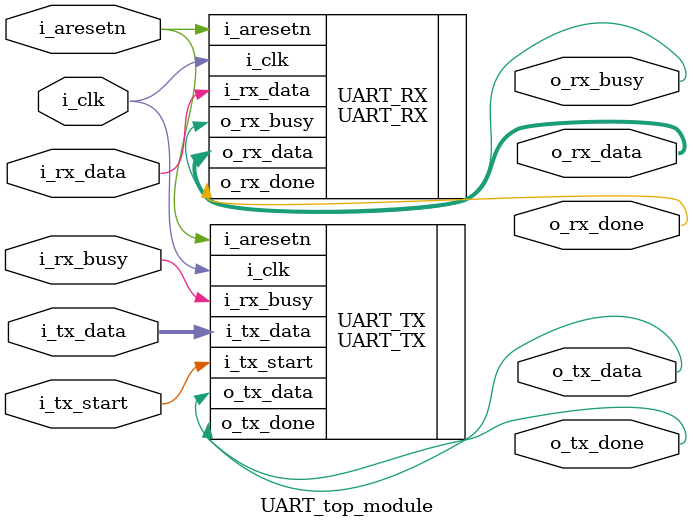
<source format=sv>
`timescale 1ns / 1ns

module UART_top_module # (

  parameter         CLK_FREQ     = 100000000,
  parameter         BAUD_RATE    = 115200,
  parameter         OVERSAMPLING = 16

)(	

  input  logic       i_clk,      //system clk
  input  logic       i_aresetn,  //system aresetn

  //RX INTERFACE
  input  logic       i_rx_data,  //serial data from transmiiter

  output logic [7:0] o_rx_data,  //received data
  output logic       o_rx_done,  //done if data is received
  output logic       o_rx_busy,  //busy while receiving
  ////////////////////////////

  //TX INTERFACE
  input  logic       i_rx_busy,  //for checking if receiver is ready
  input  logic       i_tx_start, //command to start a transmittion
  input  logic [7:0] i_tx_data,  //data for transmitting

  output logic       o_tx_data,  //serial data to receiver
  output logic       o_tx_done   //done if data is transmitted
  ////////////////////////////
);


//INST RX
//
UART_RX # (
  .CLK_FREQ     ( CLK_FREQ     ),
  .BAUD_RATE    ( BAUD_RATE    ),
  .OVERSAMPLING ( OVERSAMPLING )

) UART_RX (
  .i_clk     ( i_clk     ),
  .i_aresetn ( i_aresetn ),

  .i_rx_data ( i_rx_data ),

  .o_rx_data ( o_rx_data ),
  .o_rx_done ( o_rx_done ),
  .o_rx_busy ( o_rx_busy )
);
//
//INST RX


//INST TX
//
UART_TX # (
  .CLK_FREQ     ( CLK_FREQ  ),
  .BAUD_RATE    ( BAUD_RATE ),
  .OVERSAMPLING ( 1         )

) UART_TX (
  
  .i_clk      ( i_clk      ),
  .i_aresetn  ( i_aresetn  ),
  
  .i_rx_busy  ( i_rx_busy  ),
  .i_tx_start ( i_tx_start ),
  .i_tx_data  ( i_tx_data  ),

  .o_tx_data  ( o_tx_data  ),
  .o_tx_done  ( o_tx_done  )
);
//
//INST TX

//////////////////////////////////////////////////////////////////////////////////
endmodule

</source>
